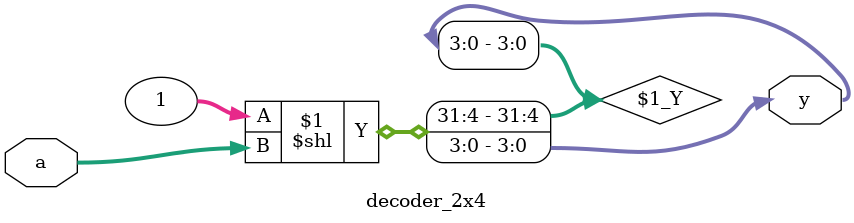
<source format=v>
module decoder_2x4 (
    input [1:0] a,
    output [3:0] y
);

    // Dataflow abstraction for 2x4 decoder
    assign y = 1 << a;

endmodule


</source>
